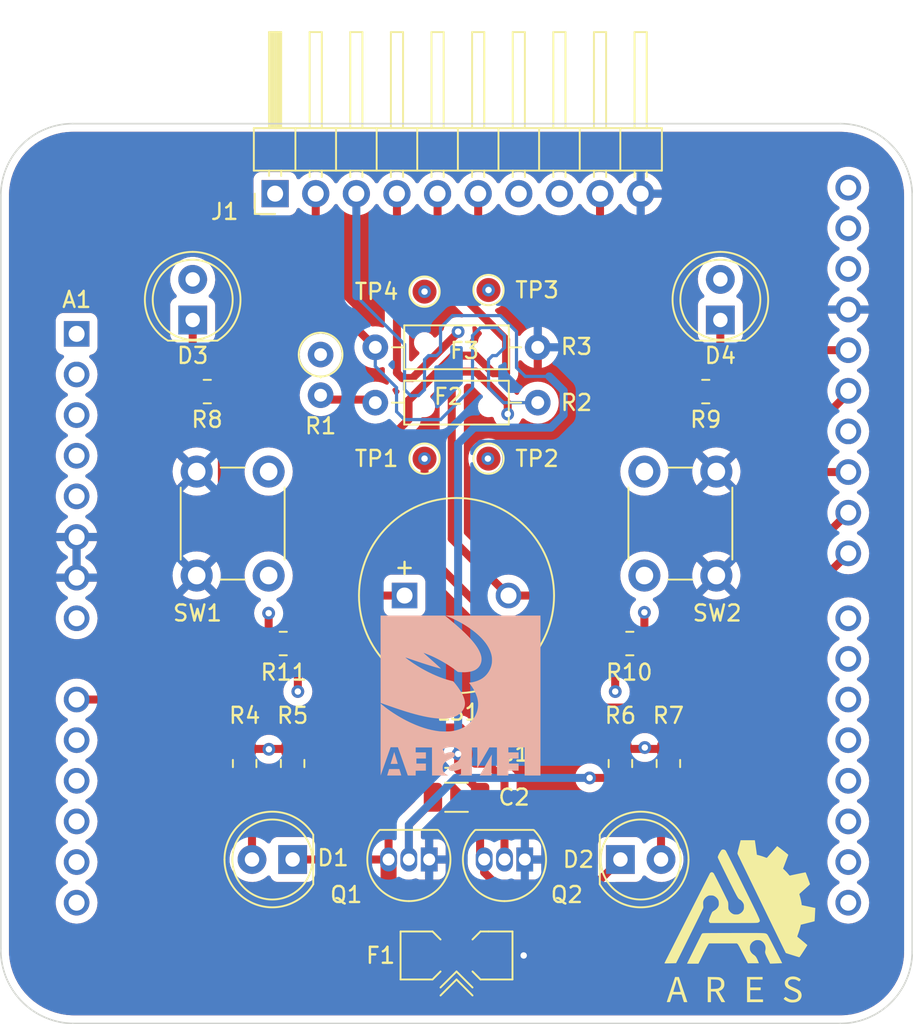
<source format=kicad_pcb>
(kicad_pcb (version 20211014) (generator pcbnew)
  (layers (0 "F.Cu" signal) (1 "In1.Cu" signal) (2 "In2.Cu" signal) (31 "B.Cu" signal) (34 "B.Paste" user) (35 "F.Paste" user) (36 "B.SilkS" user "B.Silkscreen") (37 "F.SilkS" user "F.Silkscreen") (38 "B.Mask" user) (39 "F.Mask" user) (44 "Edge.Cuts" user))
  (net 0 "")
  (net 4 "+3.3V")
  (net 6 "GND")
  (net 13 "/BUZZER")
  (net 19 "/RST")
  (net 23 "Net-(C1-Pad1)")
  (net 24 "Net-(C1-Pad2)")
  (net 25 "/OSC")
  (net 26 "Net-(C2-Pad2)")
  (net 27 "Net-(D1-Pad2)")
  (net 28 "Net-(D2-Pad2)")
  (net 29 "Net-(D3-Pad1)")
  (net 30 "Net-(D4-Pad1)")
  (net 31 "Net-(F2-Pad2)")
  (net 32 "Net-(F3-Pad2)")
  (net 33 "/S1")
  (net 34 "Net-(R1-Pad2)")
  (net 35 "/Simon un peu plus dur/SW1")
  (net 36 "/Simon un peu plus dur/SW0")
  (net 37 "/Simon un peu plus dur/LED0")
  (net 38 "/Simon un peu plus dur/LED1")
  (footprint "Custom:Fuse_internal_trace" (layer "F.Cu") (at 127 97.69 90)
    (fp_text reference "F3" (at 1.5 -1.5 unlocked) (layer "F.SilkS"))
    (fp_text value "Fuse")
    (pad "1" thru_hole circle (at -2 0 270) (size 1 1) (drill 0.3) (layers *.Cu) (remove_unused_layers) (net 35 "/Simon un peu plus dur/SW1"))
    (pad "2" thru_hole circle (at 2 0 270) (size 1 1) (drill 0.3) (layers *.Cu) (remove_unused_layers) (net 32 "Net-(F3-Pad2)"))
  )
  (footprint "Resistor_SMD:R_0805_2012Metric" (layer "F.Cu") (at 138.25 122 -90)
    (fp_text reference "R7" (at -3 0) (layer "F.SilkS"))
    (fp_text value "560")
    (pad "1" smd roundrect (at -0.9125 0 270) (size 1.025 1.4) (layers "F.Cu" "F.Paste" "F.Mask") (roundrect_rratio 0.243902439) (net 4 "+3.3V"))
    (pad "2" smd roundrect (at 0.9125 0 270) (size 1.025 1.4) (layers "F.Cu" "F.Paste" "F.Mask") (roundrect_rratio 0.243902439) (net 28 "Net-(D2-Pad2)"))
  )
  (footprint "Buzzer_Beeper:MagneticBuzzer_ProSignal_ABT-410-RC" (layer "F.Cu") (at 121.75 111.5)
    (fp_text reference "LS1" (at 3.35 7.3) (layer "F.SilkS"))
    (fp_text value "Speaker")
    (fp_text user "+" (at 0 -1.8) (layer "F.SilkS"))
    (pad "1" thru_hole rect (at 0 0) (size 1.6 1.6) (drill 1) (layers *.Cu *.Mask) (net 4 "+3.3V"))
    (pad "2" thru_hole circle (at 6.5 0) (size 1.6 1.6) (drill 1) (layers *.Cu *.Mask) (net 13 "/BUZZER"))
  )
  (footprint "Resistor_SMD:R_0805_2012Metric" (layer "F.Cu") (at 114.75 122 -90)
    (fp_text reference "R5" (at -3 0) (layer "F.SilkS"))
    (fp_text value "47k")
    (pad "1" smd roundrect (at -0.9125 0 270) (size 1.025 1.4) (layers "F.Cu" "F.Paste" "F.Mask") (roundrect_rratio 0.243902439) (net 4 "+3.3V"))
    (pad "2" smd roundrect (at 0.9125 0 270) (size 1.025 1.4) (layers "F.Cu" "F.Paste" "F.Mask") (roundrect_rratio 0.243902439) (net 23 "Net-(C1-Pad1)"))
  )
  (footprint "Resistor_SMD:R_0805_2012Metric" (layer "F.Cu") (at 114.1625 114.5 180)
    (fp_text reference "R11" (at -0.0375 -1.8) (layer "F.SilkS"))
    (fp_text value "100k")
    (pad "1" smd roundrect (at -0.9125 0 180) (size 1.025 1.4) (layers "F.Cu" "F.Paste" "F.Mask") (roundrect_rratio 0.243902439) (net 4 "+3.3V"))
    (pad "2" smd roundrect (at 0.9125 0 180) (size 1.025 1.4) (layers "F.Cu" "F.Paste" "F.Mask") (roundrect_rratio 0.243902439) (net 36 "/Simon un peu plus dur/SW0"))
  )
  (footprint "Button_Switch_THT:SW_PUSH_6mm_H5mm" (layer "F.Cu") (at 108.75 110.25 90)
    (fp_text reference "SW1" (at -2.35 0.05 180) (layer "F.SilkS"))
    (fp_text value "SW_SPST")
    (pad "1" thru_hole circle (at 0 0 180) (size 2 2) (drill 1.1) (layers *.Cu *.Mask) (net 6 "GND"))
    (pad "1" thru_hole circle (at 6.5 0 180) (size 2 2) (drill 1.1) (layers *.Cu *.Mask) (net 6 "GND"))
    (pad "2" thru_hole circle (at 6.5 4.5 180) (size 2 2) (drill 1.1) (layers *.Cu *.Mask) (net 36 "/Simon un peu plus dur/SW0"))
    (pad "2" thru_hole circle (at 0 4.5 180) (size 2 2) (drill 1.1) (layers *.Cu *.Mask) (net 36 "/Simon un peu plus dur/SW0"))
  )
  (footprint "Resistor_THT:R_Axial_DIN0207_L6.3mm_D2.5mm_P10.16mm_Horizontal" (layer "F.Cu") (at 119.92 99.44)
    (fp_text reference "R2" (at 12.58 0) (layer "F.SilkS"))
    (fp_text value "4.7k")
    (pad "1" thru_hole circle (at 0 0) (size 1.6 1.6) (drill 0.8) (layers *.Cu *.Mask) (net 34 "Net-(R1-Pad2)"))
    (pad "2" thru_hole oval (at 10.16 0) (size 1.6 1.6) (drill 0.8) (layers *.Cu *.Mask) (net 33 "/S1"))
  )
  (footprint "TestPoint:TestPoint_Pad_D1.5mm" (layer "F.Cu") (at 123 92.5)
    (fp_text reference "TP4" (at -3 0) (layer "F.SilkS"))
    (fp_text value "TestPoint_Small")
    (pad "1" smd circle (at 0 0) (size 1.5 1.5) (layers "F.Cu" "F.Mask") (net 31 "Net-(F2-Pad2)"))
  )
  (footprint "Custom:Fuse_trace" (layer "F.Cu") (at 125 134)
    (fp_text reference "F1" (at -4.75 0 unlocked) (layer "F.SilkS"))
    (fp_text value "Fuse" hide)
    (fp_line (start -1.5 0) (end 1.5 0) (layer "F.Cu") (width 0.4))
    (pad "1" smd roundrect (at -2 0) (size 2 2) (layers "F.Cu") (roundrect_rratio 0) (chamfer_ratio 0.4) (chamfer top_right bottom_right) (net 24 "Net-(C1-Pad2)"))
    (pad "2" smd roundrect (at 2 0 180) (size 2 2) (layers "F.Cu") (roundrect_rratio 0) (chamfer_ratio 0.4) (chamfer top_right bottom_right) (net 6 "GND"))
  )
  (footprint "Connector_PinHeader_2.54mm:PinHeader_1x10_P2.54mm_Horizontal" (layer "F.Cu") (at 113.655 86.375 90)
    (fp_text reference "J1" (at -1.125 -3.155 180) (layer "F.SilkS"))
    (fp_text value "Conn_01x10_Female")
    (pad "1" thru_hole rect (at 0 0 90) (size 1.7 1.7) (drill 1) (layers *.Cu *.Mask) (net 4 "+3.3V"))
    (pad "2" thru_hole oval (at 0 2.54 90) (size 1.7 1.7) (drill 1) (layers *.Cu *.Mask) (net 33 "/S1"))
    (pad "3" thru_hole oval (at 0 5.08 90) (size 1.7 1.7) (drill 1) (layers *.Cu *.Mask) (net 25 "/OSC"))
    (pad "4" thru_hole oval (at 0 7.62 90) (size 1.7 1.7) (drill 1) (layers *.Cu *.Mask) (net 13 "/BUZZER"))
    (pad "5" thru_hole oval (at 0 10.16 90) (size 1.7 1.7) (drill 1) (layers *.Cu *.Mask) (net 37 "/Simon un peu plus dur/LED0"))
    (pad "6" thru_hole oval (at 0 12.7 90) (size 1.7 1.7) (drill 1) (layers *.Cu *.Mask) (net 38 "/Simon un peu plus dur/LED1"))
    (pad "7" thru_hole oval (at 0 15.24 90) (size 1.7 1.7) (drill 1) (layers *.Cu *.Mask) (net 31 "Net-(F2-Pad2)"))
    (pad "8" thru_hole oval (at 0 17.78 90) (size 1.7 1.7) (drill 1) (layers *.Cu *.Mask) (net 32 "Net-(F3-Pad2)"))
    (pad "9" thru_hole oval (at 0 20.32 90) (size 1.7 1.7) (drill 1) (layers *.Cu *.Mask) (net 19 "/RST"))
    (pad "10" thru_hole oval (at 0 22.86 90) (size 1.7 1.7) (drill 1) (layers *.Cu *.Mask) (net 6 "GND"))
  )
  (footprint "LED_THT:LED_D5.0mm_Clear" (layer "F.Cu") (at 135.25 128)
    (fp_text reference "D2" (at -2.625 0) (layer "F.SilkS"))
    (fp_text value "LED")
    (pad "1" thru_hole rect (at 0 0) (size 1.8 1.8) (drill 0.9) (layers *.Cu *.Mask) (net 25 "/OSC"))
    (pad "2" thru_hole circle (at 2.54 0) (size 1.8 1.8) (drill 0.9) (layers *.Cu *.Mask) (net 28 "Net-(D2-Pad2)"))
  )
  (footprint "Custom:logo ares" (layer "F.Cu") (at 142.5 131.75)
    (fp_text reference "REF**" hide)
    (fp_text value "logo ares")
  )
  (footprint "TestPoint:TestPoint_Pad_D1.5mm" (layer "F.Cu") (at 127 92.4)
    (fp_text reference "TP3" (at 3.04 0) (layer "F.SilkS"))
    (fp_text value "TestPoint_Small")
    (pad "1" smd circle (at 0 0) (size 1.5 1.5) (layers "F.Cu" "F.Mask") (net 32 "Net-(F3-Pad2)"))
  )
  (footprint "Package_TO_SOT_THT:TO-92_Inline" (layer "F.Cu") (at 123.29 128 180)
    (fp_text reference "Q1" (at 5.19 -2.2) (layer "F.SilkS"))
    (fp_text value "Q_NPN_EBC")
    (pad "1" thru_hole rect (at 0 0 180) (size 1.05 1.5) (drill 0.75) (layers *.Cu *.Mask) (net 6 "GND"))
    (pad "2" thru_hole oval (at 1.27 0 180) (size 1.05 1.5) (drill 0.75) (layers *.Cu *.Mask) (net 26 "Net-(C2-Pad2)"))
    (pad "3" thru_hole oval (at 2.54 0 180) (size 1.05 1.5) (drill 0.75) (layers *.Cu *.Mask) (net 24 "Net-(C1-Pad2)"))
  )
  (footprint "Resistor_SMD:R_0805_2012Metric" (layer "F.Cu") (at 135.25 122 -90)
    (fp_text reference "R6" (at -3 0) (layer "F.SilkS"))
    (fp_text value "47k")
    (pad "1" smd roundrect (at -0.9125 0 270) (size 1.025 1.4) (layers "F.Cu" "F.Paste" "F.Mask") (roundrect_rratio 0.243902439) (net 4 "+3.3V"))
    (pad "2" smd roundrect (at 0.9125 0 270) (size 1.025 1.4) (layers "F.Cu" "F.Paste" "F.Mask") (roundrect_rratio 0.243902439) (net 26 "Net-(C2-Pad2)"))
  )
  (footprint "TestPoint:TestPoint_Pad_D1.5mm" (layer "F.Cu") (at 123 102.94)
    (fp_text reference "TP1" (at -3 0) (layer "F.SilkS"))
    (fp_text value "TestPoint_Small")
    (pad "1" smd circle (at 0 0) (size 1.5 1.5) (layers "F.Cu" "F.Mask") (net 36 "/Simon un peu plus dur/SW0"))
  )
  (footprint "Custom:Arduino UNO" (layer "F.Cu") (at 101.24 101.14 90)
    (fp_text reference "A1" (at 8.14 0.01) (layer "F.SilkS"))
    (fp_text value "Arduino_UNO_R3")
    (pad "1" thru_hole rect (at 6 0) (size 1.6 1.6) (drill 1) (layers *.Cu *.Mask))
    (pad "2" thru_hole oval (at 3.46 0) (size 1.6 1.6) (drill 1) (layers *.Cu *.Mask))
    (pad "3" thru_hole oval (at 0.92 0) (size 1.6 1.6) (drill 1) (layers *.Cu *.Mask))
    (pad "4" thru_hole oval (at -1.62 0) (size 1.6 1.6) (drill 1) (layers *.Cu *.Mask) (net 4 "+3.3V"))
    (pad "5" thru_hole oval (at -4.16 0) (size 1.6 1.6) (drill 1) (layers *.Cu *.Mask))
    (pad "6" thru_hole oval (at -6.7 0) (size 1.6 1.6) (drill 1) (layers *.Cu *.Mask) (net 6 "GND"))
    (pad "7" thru_hole oval (at -9.24 0) (size 1.6 1.6) (drill 1) (layers *.Cu *.Mask) (net 6 "GND"))
    (pad "8" thru_hole oval (at -11.78 0) (size 1.6 1.6) (drill 1) (layers *.Cu *.Mask))
    (pad "9" thru_hole oval (at -16.86 0) (size 1.6 1.6) (drill 1) (layers *.Cu *.Mask) (net 37 "/Simon un peu plus dur/LED0"))
    (pad "10" thru_hole oval (at -19.4 0) (size 1.6 1.6) (drill 1) (layers *.Cu *.Mask))
    (pad "11" thru_hole oval (at -21.94 0) (size 1.6 1.6) (drill 1) (layers *.Cu *.Mask))
    (pad "12" thru_hole oval (at -24.48 0) (size 1.6 1.6) (drill 1) (layers *.Cu *.Mask))
    (pad "13" thru_hole oval (at -27.02 0) (size 1.6 1.6) (drill 1) (layers *.Cu *.Mask))
    (pad "14" thru_hole oval (at -29.56 0) (size 1.6 1.6) (drill 1) (layers *.Cu *.Mask))
    (pad "15" thru_hole oval (at -29.56 48.26) (size 1.6 1.6) (drill 1) (layers *.Cu *.Mask))
    (pad "16" thru_hole oval (at -27.02 48.26) (size 1.6 1.6) (drill 1) (layers *.Cu *.Mask))
    (pad "17" thru_hole oval (at -24.48 48.26) (size 1.6 1.6) (drill 1) (layers *.Cu *.Mask))
    (pad "18" thru_hole oval (at -21.94 48.26) (size 1.6 1.6) (drill 1) (layers *.Cu *.Mask))
    (pad "19" thru_hole oval (at -19.4 48.26) (size 1.6 1.6) (drill 1) (layers *.Cu *.Mask))
    (pad "20" thru_hole oval (at -16.86 48.26) (size 1.6 1.6) (drill 1) (layers *.Cu *.Mask))
    (pad "21" thru_hole oval (at -14.32 48.26) (size 1.6 1.6) (drill 1) (layers *.Cu *.Mask))
    (pad "22" thru_hole oval (at -11.78 48.26) (size 1.6 1.6) (drill 1) (layers *.Cu *.Mask))
    (pad "23" thru_hole oval (at -7.72 48.26) (size 1.6 1.6) (drill 1) (layers *.Cu *.Mask) (net 36 "/Simon un peu plus dur/SW0"))
    (pad "24" thru_hole oval (at -5.18 48.26) (size 1.6 1.6) (drill 1) (layers *.Cu *.Mask) (net 35 "/Simon un peu plus dur/SW1"))
    (pad "25" thru_hole oval (at -2.64 48.26) (size 1.6 1.6) (drill 1) (layers *.Cu *.Mask) (net 13 "/BUZZER"))
    (pad "26" thru_hole oval (at -0.1 48.26) (size 1.6 1.6) (drill 1) (layers *.Cu *.Mask))
    (pad "27" thru_hole oval (at 2.44 48.26) (size 1.6 1.6) (drill 1) (layers *.Cu *.Mask) (net 38 "/Simon un peu plus dur/LED1"))
    (pad "28" thru_hole oval (at 4.98 48.26) (size 1.6 1.6) (drill 1) (layers *.Cu *.Mask) (net 19 "/RST"))
    (pad "29" thru_hole oval (at 7.52 48.26) (size 1.6 1.6) (drill 1) (layers *.Cu *.Mask) (net 6 "GND"))
    (pad "30" thru_hole oval (at 10.06 48.26) (size 1.6 1.6) (drill 1) (layers *.Cu *.Mask))
    (pad "31" thru_hole oval (at 12.6 48.26) (size 1.6 1.6) (drill 1) (layers *.Cu *.Mask))
    (pad "32" thru_hole oval (at 15.14 48.26) (size 1.6 1.6) (drill 1) (layers *.Cu *.Mask))
  )
  (footprint "Capacitor_SMD:C_1206_3216Metric" (layer "F.Cu") (at 125 124.11 180)
    (fp_text reference "C2" (at -3.6 0 180) (layer "F.SilkS"))
    (fp_text value "10µF")
    (pad "1" smd roundrect (at -1.475 0 180) (size 1.15 1.8) (layers "F.Cu" "F.Paste" "F.Mask") (roundrect_rratio 0.2173913043) (net 25 "/OSC"))
    (pad "2" smd roundrect (at 1.475 0 180) (size 1.15 1.8) (layers "F.Cu" "F.Paste" "F.Mask") (roundrect_rratio 0.2173913043) (net 26 "Net-(C2-Pad2)"))
  )
  (footprint "Resistor_SMD:R_0805_2012Metric" (layer "F.Cu") (at 140.5875 98.75 180)
    (fp_text reference "R9" (at 0 -1.75) (layer "F.SilkS"))
    (fp_text value "R")
    (pad "1" smd roundrect (at -0.9125 0 180) (size 1.025 1.4) (layers "F.Cu" "F.Paste" "F.Mask") (roundrect_rratio 0.243902439) (net 30 "Net-(D4-Pad1)"))
    (pad "2" smd roundrect (at 0.9125 0 180) (size 1.025 1.4) (layers "F.Cu" "F.Paste" "F.Mask") (roundrect_rratio 0.243902439) (net 38 "/Simon un peu plus dur/LED1"))
  )
  (footprint "Resistor_THT:R_Axial_DIN0207_L6.3mm_D2.5mm_P2.54mm_Vertical" (layer "F.Cu") (at 116.5 96.435 -90)
    (fp_text reference "R1" (at 4.465 0 180) (layer "F.SilkS"))
    (fp_text value "3k")
    (pad "1" thru_hole circle (at 0 0 270) (size 1.6 1.6) (drill 0.8) (layers *.Cu *.Mask) (net 4 "+3.3V"))
    (pad "2" thru_hole oval (at 2.54 0 270) (size 1.6 1.6) (drill 0.8) (layers *.Cu *.Mask) (net 34 "Net-(R1-Pad2)"))
  )
  (footprint "LED_THT:LED_D5.0mm_Clear" (layer "F.Cu") (at 108.5 94.275 90)
    (fp_text reference "D3" (at -2.225 0 180) (layer "F.SilkS"))
    (fp_text value "LED")
    (pad "1" thru_hole rect (at 0 0 90) (size 1.8 1.8) (drill 0.9) (layers *.Cu *.Mask) (net 29 "Net-(D3-Pad1)"))
    (pad "2" thru_hole circle (at 2.54 0 90) (size 1.8 1.8) (drill 0.9) (layers *.Cu *.Mask) (net 4 "+3.3V"))
  )
  (footprint "Custom:Fuse_internal_trace" (layer "F.Cu") (at 123 97.69 90)
    (fp_text reference "F2" (at -1.37 1.5 unlocked) (layer "F.SilkS"))
    (fp_text value "Fuse")
    (pad "1" thru_hole circle (at -2 0 270) (size 1 1) (drill 0.3) (layers *.Cu) (remove_unused_layers) (net 36 "/Simon un peu plus dur/SW0"))
    (pad "2" thru_hole circle (at 2 0 270) (size 1 1) (drill 0.3) (layers *.Cu) (remove_unused_layers) (net 31 "Net-(F2-Pad2)"))
  )
  (footprint "Capacitor_SMD:C_1206_3216Metric" (layer "F.Cu") (at 125 121.36 180)
    (fp_text reference "C1" (at -3.6 0 180) (layer "F.SilkS"))
    (fp_text value "10µF")
    (pad "1" smd roundrect (at -1.475 0 180) (size 1.15 1.8) (layers "F.Cu" "F.Paste" "F.Mask") (roundrect_rratio 0.2173913043) (net 23 "Net-(C1-Pad1)"))
    (pad "2" smd roundrect (at 1.475 0 180) (size 1.15 1.8) (layers "F.Cu" "F.Paste" "F.Mask") (roundrect_rratio 0.2173913043) (net 24 "Net-(C1-Pad2)"))
  )
  (footprint "TestPoint:TestPoint_Pad_D1.5mm" (layer "F.Cu") (at 127 102.94)
    (fp_text reference "TP2" (at 3.04 0) (layer "F.SilkS"))
    (fp_text value "TestPoint_Small")
    (pad "1" smd circle (at 0 0) (size 1.5 1.5) (layers "F.Cu" "F.Mask") (net 35 "/Simon un peu plus dur/SW1"))
  )
  (footprint "Resistor_SMD:R_0805_2012Metric" (layer "F.Cu") (at 111.75 122 -90)
    (fp_text reference "R4" (at -3 0) (layer "F.SilkS"))
    (fp_text value "560")
    (pad "1" smd roundrect (at -0.9125 0 270) (size 1.025 1.4) (layers "F.Cu" "F.Paste" "F.Mask") (roundrect_rratio 0.243902439) (net 4 "+3.3V"))
    (pad "2" smd roundrect (at 0.9125 0 270) (size 1.025 1.4) (layers "F.Cu" "F.Paste" "F.Mask") (roundrect_rratio 0.243902439) (net 27 "Net-(D1-Pad2)"))
  )
  (footprint "Button_Switch_THT:SW_PUSH_6mm_H5mm" (layer "F.Cu") (at 141.25 103.75 -90)
    (fp_text reference "SW2" (at 8.85 -0.05 180) (layer "F.SilkS"))
    (fp_text value "SW_SPST")
    (pad "1" thru_hole circle (at 6.5 0) (size 2 2) (drill 1.1) (layers *.Cu *.Mask) (net 6 "GND"))
    (pad "1" thru_hole circle (at 0 0) (size 2 2) (drill 1.1) (layers *.Cu *.Mask) (net 6 "GND"))
    (pad "2" thru_hole circle (at 6.5 4.5) (size 2 2) (drill 1.1) (layers *.Cu *.Mask) (net 35 "/Simon un peu plus dur/SW1"))
    (pad "2" thru_hole circle (at 0 4.5) (size 2 2) (drill 1.1) (layers *.Cu *.Mask) (net 35 "/Simon un peu plus dur/SW1"))
  )
  (footprint "Resistor_SMD:R_0805_2012Metric" (layer "F.Cu") (at 109.4125 98.75)
    (fp_text reference "R8" (at -0.0125 1.75) (layer "F.SilkS"))
    (fp_text value "R")
    (pad "1" smd roundrect (at -0.9125 0) (size 1.025 1.4) (layers "F.Cu" "F.Paste" "F.Mask") (roundrect_rratio 0.243902439) (net 29 "Net-(D3-Pad1)"))
    (pad "2" smd roundrect (at 0.9125 0) (size 1.025 1.4) (layers "F.Cu" "F.Paste" "F.Mask") (roundrect_rratio 0.243902439) (net 37 "/Simon un peu plus dur/LED0"))
  )
  (footprint "LED_THT:LED_D5.0mm_Clear" (layer "F.Cu") (at 141.5 94.275 90)
    (fp_text reference "D4" (at -2.225 0 180) (layer "F.SilkS"))
    (fp_text value "LED")
    (pad "1" thru_hole rect (at 0 0 90) (size 1.8 1.8) (drill 0.9) (layers *.Cu *.Mask) (net 30 "Net-(D4-Pad1)"))
    (pad "2" thru_hole circle (at 2.54 0 90) (size 1.8 1.8) (drill 0.9) (layers *.Cu *.Mask) (net 4 "+3.3V"))
  )
  (footprint "Custom:logo ensea" (layer "F.Cu") (at 125.25 117.75)
    (fp_text reference "REF**" hide)
    (fp_text value "logo ensea" hide)
  )
  (footprint "Resistor_SMD:R_0805_2012Metric" (layer "F.Cu") (at 135.8375 114.5)
    (fp_text reference "R10" (at -0.0375 1.8) (layer "F.SilkS"))
    (fp_text value "100k")
    (pad "1" smd roundrect (at -0.9125 0) (size 1.025 1.4) (layers "F.Cu" "F.Paste" "F.Mask") (roundrect_rratio 0.243902439) (net 4 "+3.3V"))
    (pad "2" smd roundrect (at 0.9125 0) (size 1.025 1.4) (layers "F.Cu" "F.Paste" "F.Mask") (roundrect_rratio 0.243902439) (net 35 "/Simon un peu plus dur/SW1"))
  )
  (footprint "Resistor_THT:R_Axial_DIN0207_L6.3mm_D2.5mm_P10.16mm_Horizontal" (layer "F.Cu") (at 119.92 95.98)
    (fp_text reference "R3" (at 12.58 -0.04) (layer "F.SilkS"))
    (fp_text value "30k")
    (pad "1" thru_hole circle (at 0 0) (size 1.6 1.6) (drill 0.8) (layers *.Cu *.Mask) (net 33 "/S1"))
    (pad "2" thru_hole oval (at 10.16 0) (size 1.6 1.6) (drill 0.8) (layers *.Cu *.Mask) (net 6 "GND"))
  )
  (footprint "LED_THT:LED_D5.0mm_Clear" (layer "F.Cu") (at 114.75 128 180)
    (fp_text reference "D1" (at -2.525 0.1) (layer "F.SilkS"))
    (fp_text value "LED")
    (pad "1" thru_hole rect (at 0 0 180) (size 1.8 1.8) (drill 0.9) (layers *.Cu *.Mask) (net 24 "Net-(C1-Pad2)"))
    (pad "2" thru_hole circle (at 2.54 0 180) (size 1.8 1.8) (drill 0.9) (layers *.Cu *.Mask) (net 27 "Net-(D1-Pad2)"))
  )
  (footprint "Package_TO_SOT_THT:TO-92_Inline" (layer "F.Cu") (at 129.27 128 180)
    (fp_text reference "Q2" (at -2.63 -2.2) (layer "F.SilkS"))
    (fp_text value "Q_NPN_EBC")
    (pad "1" thru_hole rect (at 0 0 180) (size 1.05 1.5) (drill 0.75) (layers *.Cu *.Mask) (net 6 "GND"))
    (pad "2" thru_hole oval (at 1.27 0 180) (size 1.05 1.5) (drill 0.75) (layers *.Cu *.Mask) (net 23 "Net-(C1-Pad1)"))
    (pad "3" thru_hole oval (at 2.54 0 180) (size 1.05 1.5) (drill 0.75) (layers *.Cu *.Mask) (net 25 "/OSC"))
  )
  (gr_line (start 149 82) (end 101 82) (layer "Edge.Cuts") (width 0.1))
  (gr_line (start 96.5 86.5) (end 96.5 133.568019) (layer "Edge.Cuts") (width 0.1))
  (gr_line (start 149 138.25) (end 101 138.25) (layer "Edge.Cuts") (width 0.1))
  (gr_arc (start 153.5 133.75) (mid 152.181981 136.931981) (end 149 138.25) (layer "Edge.Cuts") (width 0.1))
  (gr_line (start 153.5 133.75) (end 153.5 86.5) (layer "Edge.Cuts") (width 0.1))
  (gr_arc (start 101 138.25) (mid 97.78033 136.84099) (end 96.5 133.568019) (layer "Edge.Cuts") (width 0.1))
  (gr_arc (start 149 82) (mid 152.181981 83.318019) (end 153.5 86.5) (layer "Edge.Cuts") (width 0.1))
  (gr_arc (start 96.5 86.5) (mid 97.818019 83.318019) (end 101 82) (layer "Edge.Cuts") (width 0.1))
  (segment (start 113.2425 121.0875) (end 113.265 121.11) (width 0.5) (layer "F.Cu") (net 4))
  (segment (start 136.8625 121.0875) (end 138.25 121.0875) (width 0.5) (layer "F.Cu") (net 4))
  (segment (start 116.5 111.5) (end 121.75 111.5) (width 0.5) (layer "F.Cu") (net 4))
  (segment (start 136.775 121) (end 136.8625 121.0875) (width 0.5) (layer "F.Cu") (net 4))
  (segment (start 113.265 121.11) (end 113.2875 121.0875) (width 0.5) (layer "F.Cu") (net 4))
  (segment (start 115.075 112.925) (end 116.5 111.5) (width 0.5) (layer "F.Cu") (net 4))
  (segment (start 113.2875 121.0875) (end 114.75 121.0875) (width 0.5) (layer "F.Cu") (net 4))
  (segment (start 115.075 114.5) (end 115.075 112.925) (width 0.5) (layer "F.Cu") (net 4))
  (segment (start 111.75 121.0875) (end 113.2425 121.0875) (width 0.5) (layer "F.Cu") (net 4))
  (segment (start 136.6875 121.0875) (end 136.775 121) (width 0.5) (layer "F.Cu") (net 4))
  (segment (start 115.075 114.5) (end 115.075 117.5) (width 0.5) (layer "F.Cu") (net 4))
  (segment (start 134.925 114.5) (end 134.925 117.5) (width 0.5) (layer "F.Cu") (net 4))
  (segment (start 135.25 121.0875) (end 136.6875 121.0875) (width 0.5) (layer "F.Cu") (net 4))
  (via (at 134.925 117.5) (size 0.8) (drill 0.4) (layers "F.Cu" "B.Cu") (net 4))
  (via (at 113.265 121.11) (size 0.8) (drill 0.4) (layers "F.Cu" "B.Cu") (net 4))
  (via (at 115.075 117.5) (size 0.8) (drill 0.4) (layers "F.Cu" "B.Cu") (net 4))
  (via (at 136.775 121) (size 0.8) (drill 0.4) (layers "F.Cu" "B.Cu") (net 4))
  (segment (start 129.2 134) (end 127.4 134) (width 1) (layer "F.Cu") (net 6))
  (via (at 129.2 134) (size 0.8) (drill 0.4) (layers "F.Cu" "B.Cu") (net 6))
  (segment (start 128.2 99.5) (end 126.2 97.5) (width 0.5) (layer "F.Cu") (net 13))
  (segment (start 125.3 97.5) (end 124.7 98.1) (width 0.5) (layer "F.Cu") (net 13))
  (segment (start 125.1 95) (end 125.1 95.05) (width 0.5) (layer "F.Cu") (net 13))
  (segment (start 121.275 97.575) (end 121.275 86.375) (width 0.5) (layer "F.Cu") (net 13))
  (segment (start 128.25 111.5) (end 130.75 111.5) (width 0.5) (layer "F.Cu") (net 13))
  (segment (start 146.97 103.78) (end 149.5 103.78) (width 0.5) (layer "F.Cu") (net 13))
  (segment (start 126.2 97.5) (end 125.3 97.5) (width 0.5) (layer "F.Cu") (net 13))
  (segment (start 121.6 97.9) (end 121.275 97.575) (width 0.5) (layer "F.Cu") (net 13))
  (segment (start 122.25 97.9) (end 121.6 97.9) (width 0.5) (layer "F.Cu") (net 13))
  (segment (start 125.1 95.05) (end 122.25 97.9) (width 0.5) (layer "F.Cu") (net 13))
  (segment (start 130.75 111.5) (end 135.25 107) (width 0.5) (layer "F.Cu") (net 13))
  (segment (start 135.25 107) (end 143.75 107) (width 0.5) (layer "F.Cu") (net 13))
  (segment (start 124.7 98.1) (end 124.7 107.95) (width 0.5) (layer "F.Cu") (net 13))
  (segment (start 128.2 100.1505) (end 128.2 99.5) (width 0.5) (layer "F.Cu") (net 13))
  (segment (start 124.7 107.95) (end 128.25 111.5) (width 0.5) (layer "F.Cu") (net 13))
  (segment (start 143.75 107) (end 146.97 103.78) (width 0.5) (layer "F.Cu") (net 13))
  (via (at 125.1 95) (size 0.8) (drill 0.4) (layers "F.Cu" "B.Cu") (net 13))
  (via (at 128.2 100.1505) (size 0.8) (drill 0.4) (layers "F.Cu" "B.Cu") (net 13))
  (segment (start 133.975 86.375) (end 133.975 87.975) (width 0.5) (layer "F.Cu") (net 19))
  (segment (start 146.25 91) (end 146.25 94.875) (width 0.5) (layer "F.Cu") (net 19))
  (segment (start 147.535 96.16) (end 149.5 96.16) (width 0.5) (layer "F.Cu") (net 19))
  (segment (start 133.975 87.975) (end 135.5 89.5) (width 0.5) (layer "F.Cu") (net 19))
  (segment (start 144.75 89.5) (end 146.25 91) (width 0.5) (layer "F.Cu") (net 19))
  (segment (start 146.25 94.875) (end 147.535 96.16) (width 0.5) (layer "F.Cu") (net 19))
  (segment (start 135.5 89.5) (end 144.75 89.5) (width 0.5) (layer "F.Cu") (net 19))
  (segment (start 125.25 119.75) (end 126.475 120.975) (width 0.5) (layer "F.Cu") (net 23))
  (segment (start 126.475 121.53) (end 128 123.055) (width 0.5) (layer "F.Cu") (net 23))
  (segment (start 114.75 122.9125) (end 119.3375 122.9125) (width 0.5) (layer "F.Cu") (net 23))
  (segment (start 122.5 119.75) (end 125.25 119.75) (width 0.5) (layer "F.Cu") (net 23))
  (segment (start 128 123.055) (end 128 128) (width 0.5) (layer "F.Cu") (net 23))
  (segment (start 119.3375 122.9125) (end 122.5 119.75) (width 0.5) (layer "F.Cu") (net 23))
  (segment (start 126.475 121.36) (end 126.475 121.53) (width 0.5) (layer "F.Cu") (net 23))
  (segment (start 126.475 120.975) (end 126.475 121.36) (width 0.5) (layer "F.Cu") (net 23))
  (segment (start 123.525 121.36) (end 123.525 121.585) (width 0.5) (layer "F.Cu") (net 24))
  (segment (start 114.75 128) (end 120.75 128) (width 0.5) (layer "F.Cu") (net 24))
  (segment (start 123.525 121.585) (end 120.75 124.36) (width 0.5) (layer "F.Cu") (net 24))
  (segment (start 120.75 124.36) (end 120.75 128) (width 0.5) (layer "F.Cu") (net 24))
  (segment (start 120.75 128) (end 120.75 133.45) (width 1) (layer "F.Cu") (net 24))
  (segment (start 120.75 133.45) (end 121.3 134) (width 1) (layer "F.Cu") (net 24))
  (segment (start 121.3 134) (end 122.6 134) (width 1) (layer "F.Cu") (net 24))
  (segment (start 125.1 122.4) (end 125.1 121.4) (width 0.5) (layer "F.Cu") (net 25))
  (segment (start 127.43 129.5) (end 126.73 128.8) (width 0.5) (layer "F.Cu") (net 25))
  (segment (start 126.475 127.745) (end 126.73 128) (width 0.5) (layer "F.Cu") (net 25))
  (segment (start 126.73 128.8) (end 126.73 128) (width 0.5) (layer "F.Cu") (net 25))
  (segment (start 135.25 128) (end 133.75 129.5) (width 0.5) (layer "F.Cu") (net 25))
  (segment (start 126.475 124.11) (end 126.475 123.775) (width 0.5) (layer "F.Cu") (net 25))
  (segment (start 126.475 123.775) (end 125.4 122.7) (width 0.5) (layer "F.Cu") (net 25))
  (segment (start 125.4 122.7) (end 125.1 122.4) (width 0.5) (layer "F.Cu") (net 25))
  (segment (start 126.475 124.11) (end 126.475 127.745) (width 0.5) (layer "F.Cu") (net 25))
  (segment (start 127.43 129.5) (end 133.75 129.5) (width 0.5) (layer "F.Cu") (net 25))
  (via (at 125.1 121.4) (size 0.8) (drill 0.4) (layers "F.Cu" "B.Cu") (net 25))
  (segment (start 118.735 92.785) (end 118.735 86.375) (width 0.5) (layer "B.Cu") (net 25))
  (segment (start 131.7 100.2) (end 131.7 98.7) (width 0.5) (layer "B.Cu") (net 25))
  (segment (start 125.1 102) (end 126.1 101) (width 0.5) (layer "B.Cu") (net 25))
  (segment (start 121.75 95.8) (end 121.75 98.625) (width 0.2) (layer "B.Cu") (net 25))
  (segment (start 121.75 98.625) (end 122.125 99) (width 0.2) (layer "B.Cu") (net 25))
  (segment (start 123.75 96.5) (end 124 96.25) (width 0.2) (layer "B.Cu") (net 25))
  (segment (start 126.1 101) (end 130.9 101) (width 0.5) (layer "B.Cu") (net 25))
  (segment (start 129.3 97.8) (end 130.8 97.8) (width 0.2) (layer "B.Cu") (net 25))
  (segment (start 130.9 101) (end 131.7 100.2) (width 0.5) (layer "B.Cu") (net 25))
  (segment (start 122.625 99) (end 123 98.625) (width 0.2) (layer "B.Cu") (net 25))
  (segment (start 127.75 94) (end 128.75 95) (width 0.2) (layer "B.Cu") (net 25))
  (segment (start 118.735 92.785) (end 121.75 95.8) (width 0.2) (layer "B.Cu") (net 25))
  (segment (start 128.75 95) (end 128.75 97.25) (width 0.2) (layer "B.Cu") (net 25))
  (segment (start 122.125 99) (end 122.625 99) (width 0.2) (layer "B.Cu") (net 25))
  (segment (start 123 96.75) (end 123.25 96.5) (width 0.2) (layer "B.Cu") (net 25))
  (segment (start 124 94.75) (end 124.75 94) (width 0.2) (layer "B.Cu") (net 25))
  (segment (start 131.7 98.7) (end 130.8 97.8) (width 0.5) (layer "B.Cu") (net 25))
  (segment (start 123.25 96.5) (end 123.75 96.5) (width 0.2) (layer "B.Cu") (net 25))
  (segment (start 123 98.625) (end 123 96.75) (width 0.2) (layer "B.Cu") (net 25))
  (segment (start 124 96.25) (end 124 94.75) (width 0.2) (layer "B.Cu") (net 25))
  (segment (start 128.75 97.25) (end 129.3 97.8) (width 0.2) (layer "B.Cu") (net 25))
  (segment (start 125.1 121.4) (end 125.1 102) (width 0.5) (layer "B.Cu") (net 25))
  (segment (start 124.75 94) (end 127.75 94) (width 0.2) (layer "B.Cu") (net 25))
  (segment (start 123.525 124.11) (end 123.525 124.335) (width 0.5) (layer "F.Cu") (net 26))
  (segment (start 123.525 124.335) (end 122.02 125.84) (width 0.5) (layer "F.Cu") (net 26))
  (segment (start 135.2375 122.9) (end 133.325 122.9) (width 0.5) (layer "F.Cu") (net 26))
  (segment (start 122.02 125.84) (end 122.02 128) (width 0.5) (layer "F.Cu") (net 26))
  (segment (start 135.25 122.9125) (end 135.2375 122.9) (width 0.5) (layer "F.Cu") (net 26))
  (via (at 133.325 122.9) (size 0.8) (drill 0.4) (layers "F.Cu" "B.Cu") (net 26))
  (segment (start 124.95 122.9) (end 133.325 122.9) (width 0.5) (layer "B.Cu") (net 26))
  (segment (start 122.02 128) (end 122.02 125.83) (width 0.5) (layer "B.Cu") (net 26))
  (segment (start 122.02 125.83) (end 124.95 122.9) (width 0.5) (layer "B.Cu") (net 26))
  (segment (start 112.21 128) (end 112.21 125.985) (width 0.5) (layer "F.Cu") (net 27))
  (segment (start 111.725 122.9375) (end 111.75 122.9125) (width 0.5) (layer "F.Cu") (net 27))
  (segment (start 111.725 125.5) (end 111.725 122.9375) (width 0.5) (layer "F.Cu") (net 27))
  (segment (start 112.21 125.985) (end 111.725 125.5) (width 0.5) (layer "F.Cu") (net 27))
  (segment (start 138.275 122.9375) (end 138.25 122.9125) (width 0.5) (layer "F.Cu") (net 28))
  (segment (start 137.79 128) (end 137.79 125.985) (width 0.5) (layer "F.Cu") (net 28))
  (segment (start 138.275 125.5) (end 138.275 122.9375) (width 0.5) (layer "F.Cu") (net 28))
  (segment (start 137.79 125.985) (end 138.275 125.5) (width 0.5) (layer "F.Cu") (net 28))
  (segment (start 108.5 94.275) (end 108.5 98.75) (width 0.5) (layer "F.Cu") (net 29))
  (segment (start 141.5 98.75) (end 141.5 94.275) (width 0.5) (layer "F.Cu") (net 30))
  (via (at 123 92.5) (size 0.8) (drill 0.4) (layers "F.Cu" "B.Cu") (net 31))
  (via (at 127 92.4) (size 0.8) (drill 0.4) (layers "F.Cu" "B.Cu") (net 32))
  (segment (start 116.195 92.255) (end 119.92 95.98) (width 0.5) (layer "F.Cu") (net 33))
  (segment (start 116.195 86.375) (end 116.195 92.255) (width 0.5) (layer "F.Cu") (net 33))
  (segment (start 127.94 99.44) (end 127 98.5) (width 0.2) (layer "B.Cu") (net 33))
  (segment (start 128 96) (end 128 95.25) (width 0.2) (layer "B.Cu") (net 33))
  (segment (start 121.25 98.5) (end 119.92 97.17) (width 0.2) (layer "B.Cu") (net 33))
  (segment (start 127 96.75) (end 127.25 96.5) (width 0.2) (layer "B.Cu") (net 33))
  (segment (start 126 98.5) (end 124 100.5) (width 0.2) (layer "B.Cu") (net 33))
  (segment (start 127 98.5) (end 127 96.75) (width 0.2) (layer "B.Cu") (net 33))
  (segment (start 127.25 96.5) (end 127.5 96.5) (width 0.2) (layer "B.Cu") (net 33))
  (segment (start 130.08 99.44) (end 127.94 99.44) (width 0.2) (layer "B.Cu") (net 33))
  (segment (start 128 95.25) (end 127.5 94.75) (width 0.2) (layer "B.Cu") (net 33))
  (segment (start 124 100.5) (end 121.75 100.5) (width 0.2) (layer "B.Cu") (net 33))
  (segment (start 126 95.25) (end 126 98.5) (width 0.2) (layer "B.Cu") (net 33))
  (segment (start 119.92 97.17) (end 119.92 95.98) (width 0.2) (layer "B.Cu") (net 33))
  (segment (start 121.75 100.5) (end 121.25 100) (width 0.2) (layer "B.Cu") (net 33))
  (segment (start 127.5 96.5) (end 128 96) (width 0.2) (layer "B.Cu") (net 33))
  (segment (start 127.5 94.75) (end 126.5 94.75) (width 0.2) (layer "B.Cu") (net 33))
  (segment (start 126.5 94.75) (end 126 95.25) (width 0.2) (layer "B.Cu") (net 33))
  (segment (start 121.25 100) (end 121.25 98.5) (width 0.2) (layer "B.Cu") (net 33))
  (segment (start 116.775 99.25) (end 116.5 98.975) (width 0.5) (layer "F.Cu") (net 34))
  (segment (start 119.92 99.44) (end 119.73 99.25) (width 0.5) (layer "F.Cu") (net 34))
  (segment (start 119.73 99.25) (end 116.775 99.25) (width 0.5) (layer "F.Cu") (net 34))
  (segment (start 141.32 114.5) (end 149.5 106.32) (width 0.5) (layer "F.Cu") (net 35))
  (segment (start 136.75 114.5) (end 141.32 114.5) (width 0.5) (layer "F.Cu") (net 35))
  (segment (start 136.75 114.5) (end 136.75 112.55) (width 0.5) (layer "F.Cu") (net 35))
  (via (at 126.96 102.94) (size 0.8) (drill 0.4) (layers "F.Cu" "B.Cu") (net 35))
  (via (at 136.75 112.55) (size 0.8) (drill 0.4) (layers "F.Cu" "B.Cu") (net 35))
  (segment (start 113.25 114.5) (end 113.25 112.6) (width 0.5) (layer "F.Cu") (net 36))
  (segment (start 123 108.75) (end 132.75 118.5) (width 0.5) (layer "F.Cu") (net 36))
  (segment (start 123 102.94) (end 123 108.75) (width 0.5) (layer "F.Cu") (net 36))
  (segment (start 132.75 118.5) (end 139.875 118.5) (width 0.5) (layer "F.Cu") (net 36))
  (segment (start 149.5 108.875) (end 149.5 108.86) (width 0.5) (layer "F.Cu") (net 36))
  (segment (start 139.875 118.5) (end 149.5 108.875) (width 0.5) (layer "F.Cu") (net 36))
  (via (at 113.25 112.6) (size 0.8) (drill 0.4) (layers "F.Cu" "B.Cu") (net 36))
  (via (at 123 102.94) (size 0.8) (drill 0.4) (layers "F.Cu" "B.Cu") (net 36))
  (segment (start 126.2 96.5) (end 127.3 97.6) (width 0.5) (layer "F.Cu") (net 37))
  (segment (start 115.5 101.75) (end 120.75 101.75) (width 0.5) (layer "F.Cu") (net 37))
  (segment (start 120.75 101.75) (end 122 100.5) (width 0.5) (layer "F.Cu") (net 37))
  (segment (start 128.1 97.6) (end 128.1 95.5) (width 0.5) (layer "F.Cu") (net 37))
  (segment (start 124.8 96.5) (end 126.2 96.5) (width 0.5) (layer "F.Cu") (net 37))
  (segment (start 105.25 110.75) (end 105.25 116.5) (width 0.5) (layer "F.Cu") (net 37))
  (segment (start 105.25 116.5) (end 103.75 118) (width 0.5) (layer "F.Cu") (net 37))
  (segment (start 124.9 91) (end 123.815 89.915) (width 0.5) (layer "F.Cu") (net 37))
  (segment (start 127.3 97.6) (end 128.1 97.6) (width 0.5) (layer "F.Cu") (net 37))
  (segment (start 103.75 118) (end 101.24 118) (width 0.5) (layer "F.Cu") (net 37))
  (segment (start 110.325 105.675) (end 105.25 110.75) (width 0.5) (layer "F.Cu") (net 37))
  (segment (start 128.1 95.5) (end 124.9 92.3) (width 0.5) (layer "F.Cu") (net 37))
  (segment (start 123.815 89.915) (end 123.815 86.375) (width 0.5) (layer "F.Cu") (net 37))
  (segment (start 122 99.3) (end 124.8 96.5) (width 0.5) (layer "F.Cu") (net 37))
  (segment (start 110.325 98.75) (end 112.5 98.75) (width 0.5) (layer "F.Cu") (net 37))
  (segment (start 122 100.5) (end 122 99.3) (width 0.5) (layer "F.Cu") (net 37))
  (segment (start 110.325 98.75) (end 110.325 105.675) (width 0.5) (layer "F.Cu") (net 37))
  (segment (start 124.9 92.3) (end 124.9 91) (width 0.5) (layer "F.Cu") (net 37))
  (segment (start 112.5 98.75) (end 115.5 101.75) (width 0.5) (layer "F.Cu") (net 37))
  (segment (start 139.675 98.75) (end 139.675 99.925) (width 0.5) (layer "F.Cu") (net 38))
  (segment (start 132.25 94.5) (end 126.355 88.605) (width 0.5) (layer "F.Cu") (net 38))
  (segment (start 134 98.75) (end 132.25 97) (width 0.5) (layer "F.Cu") (net 38))
  (segment (start 126.355 88.605) (end 126.355 86.375) (width 0.5) (layer "F.Cu") (net 38))
  (segment (start 132.25 97) (end 132.25 94.5) (width 0.5) (layer "F.Cu") (net 38))
  (segment (start 139.675 99.925) (end 140.25 100.5) (width 0.5) (layer "F.Cu") (net 38))
  (segment (start 140.25 100.5) (end 147.85 100.5) (width 0.5) (layer "F.Cu") (net 38))
  (segment (start 147.85 100.5) (end 149 99.35) (width 0.5) (layer "F.Cu") (net 38))
  (segment (start 139.675 98.75) (end 134 98.75) (width 0.5) (layer "F.Cu") (net 38))
  (zone (net 6) (net_name "GND") (layers "F.Cu" "In1.Cu" "B.Cu") (name "GND") (connect_pads (clearance 0.508)) (min_thickness 0.254) (fill yes (thermal_gap 0.508) (thermal_bridge_width 0.508) (island_removal_mode 1) (island_area_min 0))
    (polygon (pts (xy 153.5 138.25) (xy 96.5 138.25) (xy 96.5 82) (xy 153.5 82)))
  )
)
</source>
